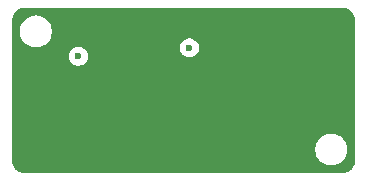
<source format=gbr>
%TF.GenerationSoftware,KiCad,Pcbnew,9.0.2*%
%TF.CreationDate,2025-06-09T11:48:46-05:00*%
%TF.ProjectId,ICEBATS384,49434542-4154-4533-9338-342e6b696361,rev?*%
%TF.SameCoordinates,Original*%
%TF.FileFunction,Copper,L3,Inr*%
%TF.FilePolarity,Positive*%
%FSLAX46Y46*%
G04 Gerber Fmt 4.6, Leading zero omitted, Abs format (unit mm)*
G04 Created by KiCad (PCBNEW 9.0.2) date 2025-06-09 11:48:46*
%MOMM*%
%LPD*%
G01*
G04 APERTURE LIST*
%TA.AperFunction,ViaPad*%
%ADD10C,0.250000*%
%TD*%
%TA.AperFunction,ViaPad*%
%ADD11C,0.600000*%
%TD*%
G04 APERTURE END LIST*
D10*
%TO.N,+3V3*%
X30300000Y-42100000D03*
D11*
%TO.N,+1V2*%
X40500000Y-36400000D03*
X31100000Y-37100000D03*
%TO.N,+3V3*%
X39700000Y-35000000D03*
X43300000Y-35500000D03*
X51800000Y-36000000D03*
X49700000Y-43000000D03*
X46200000Y-46000000D03*
X46200000Y-41200000D03*
X46500000Y-34700000D03*
X37300000Y-45500000D03*
X41300000Y-44500000D03*
X38500000Y-43300000D03*
X33600000Y-35200000D03*
%TD*%
%TA.AperFunction,Conductor*%
%TO.N,+3V3*%
G36*
X53505394Y-33000972D02*
G01*
X53535721Y-33003625D01*
X53662755Y-33014739D01*
X53684035Y-33018491D01*
X53801188Y-33049882D01*
X53831369Y-33057969D01*
X53851681Y-33065362D01*
X53989915Y-33129822D01*
X54008633Y-33140629D01*
X54133582Y-33228119D01*
X54150140Y-33242013D01*
X54257986Y-33349859D01*
X54271880Y-33366417D01*
X54359370Y-33491366D01*
X54370177Y-33510084D01*
X54434637Y-33648318D01*
X54442030Y-33668630D01*
X54481507Y-33815961D01*
X54485260Y-33837246D01*
X54499028Y-33994605D01*
X54499500Y-34005413D01*
X54499500Y-45994586D01*
X54499028Y-46005393D01*
X54499028Y-46005394D01*
X54485260Y-46162753D01*
X54481507Y-46184038D01*
X54442030Y-46331369D01*
X54434637Y-46351681D01*
X54370177Y-46489915D01*
X54359370Y-46508633D01*
X54271880Y-46633582D01*
X54257986Y-46650140D01*
X54150140Y-46757986D01*
X54133582Y-46771880D01*
X54008633Y-46859370D01*
X53989915Y-46870177D01*
X53851681Y-46934637D01*
X53831369Y-46942030D01*
X53684038Y-46981507D01*
X53662753Y-46985260D01*
X53505395Y-46999028D01*
X53494587Y-46999500D01*
X26505413Y-46999500D01*
X26494605Y-46999028D01*
X26337246Y-46985260D01*
X26315961Y-46981507D01*
X26168630Y-46942030D01*
X26148318Y-46934637D01*
X26010084Y-46870177D01*
X25991366Y-46859370D01*
X25866417Y-46771880D01*
X25849859Y-46757986D01*
X25742013Y-46650140D01*
X25728119Y-46633582D01*
X25640629Y-46508633D01*
X25629822Y-46489915D01*
X25565362Y-46351681D01*
X25557969Y-46331369D01*
X25518492Y-46184038D01*
X25514739Y-46162752D01*
X25514065Y-46155051D01*
X25500972Y-46005393D01*
X25500500Y-45994586D01*
X25500500Y-44893713D01*
X51149500Y-44893713D01*
X51149500Y-45106286D01*
X51182753Y-45316239D01*
X51248444Y-45518414D01*
X51344951Y-45707820D01*
X51469890Y-45879786D01*
X51620213Y-46030109D01*
X51792179Y-46155048D01*
X51792181Y-46155049D01*
X51792184Y-46155051D01*
X51981588Y-46251557D01*
X52183757Y-46317246D01*
X52393713Y-46350500D01*
X52393714Y-46350500D01*
X52606286Y-46350500D01*
X52606287Y-46350500D01*
X52816243Y-46317246D01*
X53018412Y-46251557D01*
X53207816Y-46155051D01*
X53240754Y-46131120D01*
X53379786Y-46030109D01*
X53379788Y-46030106D01*
X53379792Y-46030104D01*
X53530104Y-45879792D01*
X53530106Y-45879788D01*
X53530109Y-45879786D01*
X53655048Y-45707820D01*
X53655047Y-45707820D01*
X53655051Y-45707816D01*
X53751557Y-45518412D01*
X53817246Y-45316243D01*
X53850500Y-45106287D01*
X53850500Y-44893713D01*
X53817246Y-44683757D01*
X53751557Y-44481588D01*
X53655051Y-44292184D01*
X53655049Y-44292181D01*
X53655048Y-44292179D01*
X53530109Y-44120213D01*
X53379786Y-43969890D01*
X53207820Y-43844951D01*
X53018414Y-43748444D01*
X53018413Y-43748443D01*
X53018412Y-43748443D01*
X52816243Y-43682754D01*
X52816241Y-43682753D01*
X52816240Y-43682753D01*
X52654957Y-43657208D01*
X52606287Y-43649500D01*
X52393713Y-43649500D01*
X52345042Y-43657208D01*
X52183760Y-43682753D01*
X51981585Y-43748444D01*
X51792179Y-43844951D01*
X51620213Y-43969890D01*
X51469890Y-44120213D01*
X51344951Y-44292179D01*
X51248444Y-44481585D01*
X51182753Y-44683760D01*
X51149500Y-44893713D01*
X25500500Y-44893713D01*
X25500500Y-37021153D01*
X30299500Y-37021153D01*
X30299500Y-37178846D01*
X30330261Y-37333489D01*
X30330264Y-37333501D01*
X30390602Y-37479172D01*
X30390609Y-37479185D01*
X30478210Y-37610288D01*
X30478213Y-37610292D01*
X30589707Y-37721786D01*
X30589711Y-37721789D01*
X30720814Y-37809390D01*
X30720827Y-37809397D01*
X30866498Y-37869735D01*
X30866503Y-37869737D01*
X31021153Y-37900499D01*
X31021156Y-37900500D01*
X31021158Y-37900500D01*
X31178844Y-37900500D01*
X31178845Y-37900499D01*
X31333497Y-37869737D01*
X31479179Y-37809394D01*
X31610289Y-37721789D01*
X31721789Y-37610289D01*
X31809394Y-37479179D01*
X31869737Y-37333497D01*
X31900500Y-37178842D01*
X31900500Y-37021158D01*
X31900500Y-37021155D01*
X31900499Y-37021153D01*
X31878447Y-36910292D01*
X31869737Y-36866503D01*
X31833569Y-36779185D01*
X31809397Y-36720827D01*
X31809390Y-36720814D01*
X31721789Y-36589711D01*
X31721786Y-36589707D01*
X31610292Y-36478213D01*
X31610288Y-36478210D01*
X31520429Y-36418168D01*
X31479185Y-36390609D01*
X31479172Y-36390602D01*
X31333501Y-36330264D01*
X31333489Y-36330261D01*
X31287701Y-36321153D01*
X39699500Y-36321153D01*
X39699500Y-36478846D01*
X39730261Y-36633489D01*
X39730264Y-36633501D01*
X39790602Y-36779172D01*
X39790609Y-36779185D01*
X39878210Y-36910288D01*
X39878213Y-36910292D01*
X39989707Y-37021786D01*
X39989711Y-37021789D01*
X40120814Y-37109390D01*
X40120827Y-37109397D01*
X40266498Y-37169735D01*
X40266503Y-37169737D01*
X40421153Y-37200499D01*
X40421156Y-37200500D01*
X40421158Y-37200500D01*
X40578844Y-37200500D01*
X40578845Y-37200499D01*
X40733497Y-37169737D01*
X40879179Y-37109394D01*
X41010289Y-37021789D01*
X41121789Y-36910289D01*
X41209394Y-36779179D01*
X41269737Y-36633497D01*
X41300500Y-36478842D01*
X41300500Y-36321158D01*
X41300500Y-36321155D01*
X41300499Y-36321153D01*
X41269738Y-36166510D01*
X41269737Y-36166503D01*
X41269735Y-36166498D01*
X41209397Y-36020827D01*
X41209390Y-36020814D01*
X41121789Y-35889711D01*
X41121786Y-35889707D01*
X41010292Y-35778213D01*
X41010288Y-35778210D01*
X40879185Y-35690609D01*
X40879172Y-35690602D01*
X40733501Y-35630264D01*
X40733489Y-35630261D01*
X40578845Y-35599500D01*
X40578842Y-35599500D01*
X40421158Y-35599500D01*
X40421155Y-35599500D01*
X40266510Y-35630261D01*
X40266498Y-35630264D01*
X40120827Y-35690602D01*
X40120814Y-35690609D01*
X39989711Y-35778210D01*
X39989707Y-35778213D01*
X39878213Y-35889707D01*
X39878210Y-35889711D01*
X39790609Y-36020814D01*
X39790602Y-36020827D01*
X39730264Y-36166498D01*
X39730261Y-36166510D01*
X39699500Y-36321153D01*
X31287701Y-36321153D01*
X31178845Y-36299500D01*
X31178842Y-36299500D01*
X31021158Y-36299500D01*
X31021155Y-36299500D01*
X30866510Y-36330261D01*
X30866498Y-36330264D01*
X30720827Y-36390602D01*
X30720814Y-36390609D01*
X30589711Y-36478210D01*
X30589707Y-36478213D01*
X30478213Y-36589707D01*
X30478210Y-36589711D01*
X30390609Y-36720814D01*
X30390602Y-36720827D01*
X30330264Y-36866498D01*
X30330261Y-36866510D01*
X30299500Y-37021153D01*
X25500500Y-37021153D01*
X25500500Y-34893713D01*
X26149500Y-34893713D01*
X26149500Y-35106286D01*
X26182753Y-35316239D01*
X26248444Y-35518414D01*
X26344951Y-35707820D01*
X26469890Y-35879786D01*
X26620213Y-36030109D01*
X26792179Y-36155048D01*
X26792181Y-36155049D01*
X26792184Y-36155051D01*
X26981588Y-36251557D01*
X27183757Y-36317246D01*
X27393713Y-36350500D01*
X27393714Y-36350500D01*
X27606286Y-36350500D01*
X27606287Y-36350500D01*
X27816243Y-36317246D01*
X28018412Y-36251557D01*
X28207816Y-36155051D01*
X28229789Y-36139086D01*
X28379786Y-36030109D01*
X28379788Y-36030106D01*
X28379792Y-36030104D01*
X28530104Y-35879792D01*
X28530106Y-35879788D01*
X28530109Y-35879786D01*
X28655048Y-35707820D01*
X28655047Y-35707820D01*
X28655051Y-35707816D01*
X28751557Y-35518412D01*
X28817246Y-35316243D01*
X28850500Y-35106287D01*
X28850500Y-34893713D01*
X28817246Y-34683757D01*
X28751557Y-34481588D01*
X28655051Y-34292184D01*
X28655049Y-34292181D01*
X28655048Y-34292179D01*
X28530109Y-34120213D01*
X28379786Y-33969890D01*
X28207820Y-33844951D01*
X28018414Y-33748444D01*
X28018413Y-33748443D01*
X28018412Y-33748443D01*
X27816243Y-33682754D01*
X27816241Y-33682753D01*
X27816240Y-33682753D01*
X27654957Y-33657208D01*
X27606287Y-33649500D01*
X27393713Y-33649500D01*
X27345042Y-33657208D01*
X27183760Y-33682753D01*
X26981585Y-33748444D01*
X26792179Y-33844951D01*
X26620213Y-33969890D01*
X26469890Y-34120213D01*
X26344951Y-34292179D01*
X26248444Y-34481585D01*
X26182753Y-34683760D01*
X26149500Y-34893713D01*
X25500500Y-34893713D01*
X25500500Y-34005413D01*
X25500972Y-33994606D01*
X25506265Y-33934108D01*
X25514739Y-33837240D01*
X25518490Y-33815966D01*
X25557969Y-33668627D01*
X25565362Y-33648318D01*
X25629823Y-33510081D01*
X25640629Y-33491366D01*
X25728119Y-33366417D01*
X25742007Y-33349865D01*
X25849865Y-33242007D01*
X25866417Y-33228119D01*
X25991366Y-33140629D01*
X26010081Y-33129823D01*
X26148320Y-33065361D01*
X26168627Y-33057969D01*
X26315966Y-33018490D01*
X26337242Y-33014739D01*
X26469885Y-33003134D01*
X26494606Y-33000972D01*
X26505413Y-33000500D01*
X26565892Y-33000500D01*
X53434108Y-33000500D01*
X53494587Y-33000500D01*
X53505394Y-33000972D01*
G37*
%TD.AperFunction*%
%TD*%
M02*

</source>
